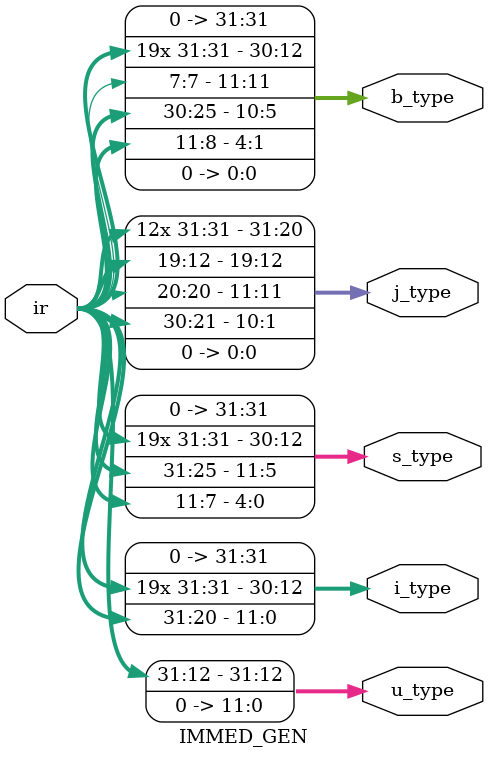
<source format=v>
`timescale 1ns / 1ps


module IMMED_GEN(
    input [31:0] ir,
    output reg [31:0] u_type, i_type, s_type, j_type, b_type
    
    );
    
    always@(ir)
    begin
    
        // generate immediate value for i-type instruction
        i_type = {{20{ir[31]}}, ir[30:20]};
        
        // generate immediate value for s-type instruction
        s_type = {{20{ir[31]}}, ir[30:25], ir[11:7]};
        
        // generate immediate value for b-type instruction
        b_type = {{19{ir[31]}}, ir[7], ir[30:25], ir[11:8], 1'b0};
        
        // generate immediate value for u-type instruction
        u_type = {ir[31:12], {12{1'b0}}};
        
        // generate immediate value for j-type instruction
        j_type = {{12{ir[31]}}, ir[19:12], ir[20], ir[30:21], 1'b0};
    end
endmodule

</source>
